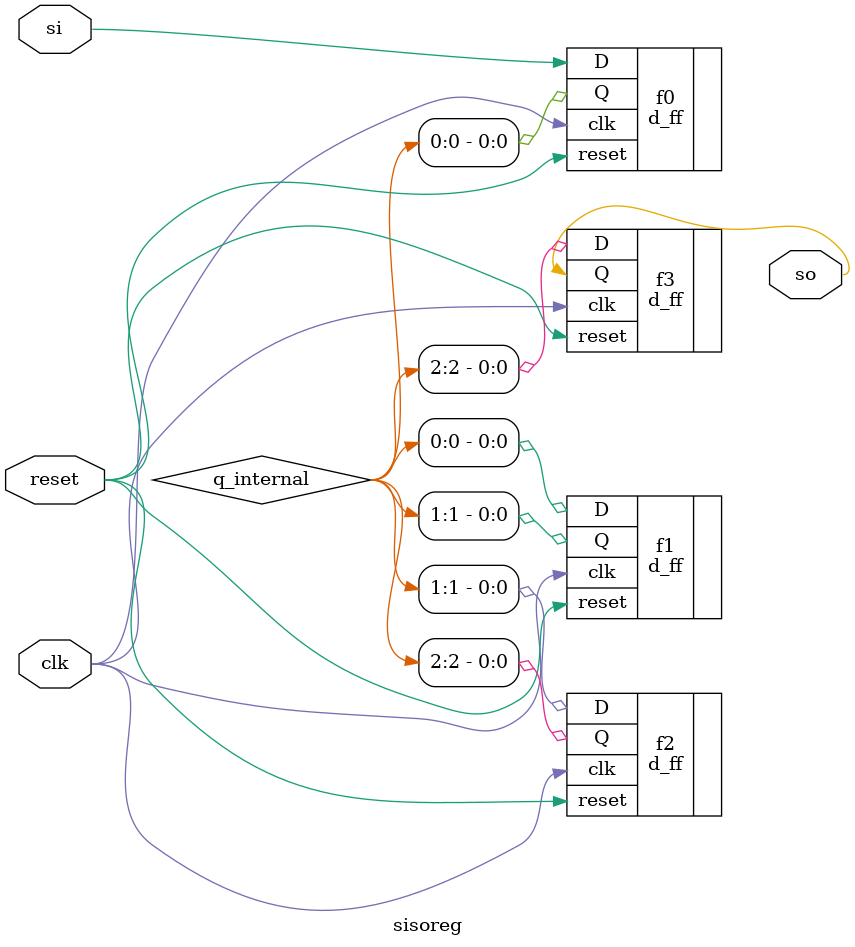
<source format=v>
`include "dff.v"

module sisoreg(input clk,input reset,input si, output so);

    wire [2:0] q_internal;

    d_ff f0 (.clk(clk), .reset(reset), .D(si),.Q(q_internal[0]));
    
    d_ff f1 (.clk(clk), .reset(reset), .D(q_internal[0]), .Q(q_internal[1]));
    
    d_ff f2 (.clk(clk), .reset(reset), .D(q_internal[1]), .Q(q_internal[2]));
    
    d_ff f3 (.clk(clk), .reset(reset), .D(q_internal[2]), .Q(so));

endmodule
</source>
